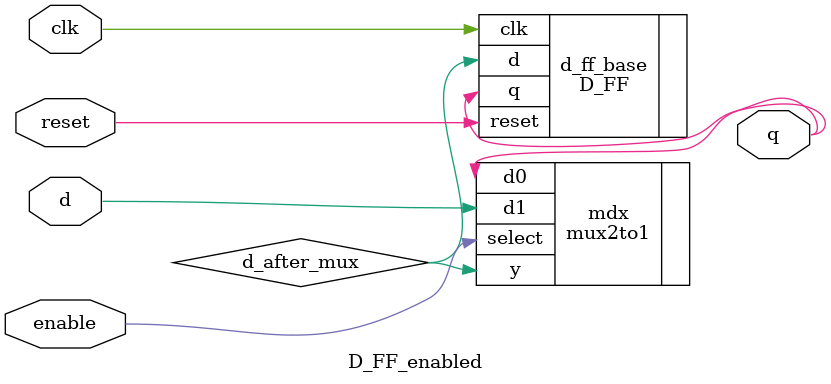
<source format=sv>
`timescale 1ns/10ps

module D_FF_enabled (q, d, clk, enable, reset);
	output logic q;
	input d, clk, enable, reset;
	logic not_enable;
	logic d_after_mux;
	
	mux2to1 mdx(.d0(q), .d1(d), .select(enable), .y(d_after_mux));
	D_FF d_ff_base(.q(q),.d(d_after_mux),.reset,.clk);
	
endmodule
</source>
